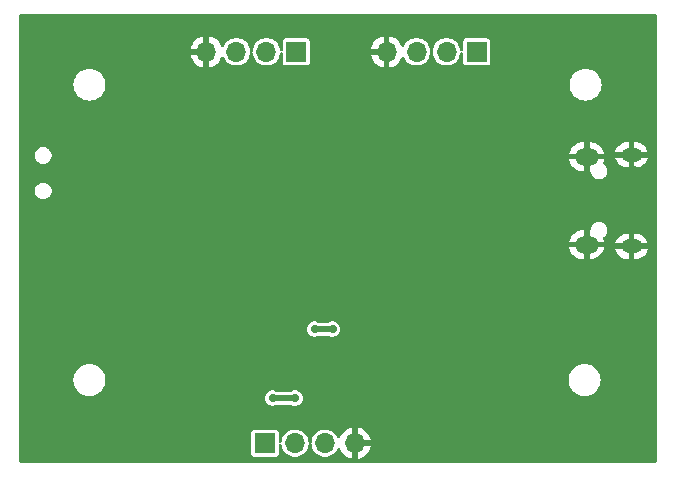
<source format=gbr>
%TF.GenerationSoftware,KiCad,Pcbnew,7.0.10*%
%TF.CreationDate,2024-01-08T00:56:05+00:00*%
%TF.ProjectId,green_storm,67726565-6e5f-4737-946f-726d2e6b6963,0.1*%
%TF.SameCoordinates,Original*%
%TF.FileFunction,Copper,L2,Bot*%
%TF.FilePolarity,Positive*%
%FSLAX46Y46*%
G04 Gerber Fmt 4.6, Leading zero omitted, Abs format (unit mm)*
G04 Created by KiCad (PCBNEW 7.0.10) date 2024-01-08 00:56:05*
%MOMM*%
%LPD*%
G01*
G04 APERTURE LIST*
%TA.AperFunction,ComponentPad*%
%ADD10R,1.700000X1.700000*%
%TD*%
%TA.AperFunction,ComponentPad*%
%ADD11O,1.700000X1.700000*%
%TD*%
%TA.AperFunction,ComponentPad*%
%ADD12O,1.800000X1.150000*%
%TD*%
%TA.AperFunction,ComponentPad*%
%ADD13O,2.000000X1.450000*%
%TD*%
%TA.AperFunction,ViaPad*%
%ADD14C,0.700000*%
%TD*%
%TA.AperFunction,Conductor*%
%ADD15C,0.500000*%
%TD*%
G04 APERTURE END LIST*
D10*
%TO.P,J4,1,Pin_1*%
%TO.N,+3.3V*%
X62865000Y-110363000D03*
D11*
%TO.P,J4,2,Pin_2*%
%TO.N,Net-(J4-Pin_2)*%
X65405000Y-110363000D03*
%TO.P,J4,3,Pin_3*%
%TO.N,Net-(J4-Pin_3)*%
X67945000Y-110363000D03*
%TO.P,J4,4,Pin_4*%
%TO.N,GND*%
X70485000Y-110363000D03*
%TD*%
D10*
%TO.P,J3,1,Pin_1*%
%TO.N,+3.3V*%
X65522000Y-77216000D03*
D11*
%TO.P,J3,2,Pin_2*%
%TO.N,Net-(J3-Pin_2)*%
X62982000Y-77216000D03*
%TO.P,J3,3,Pin_3*%
%TO.N,Net-(J3-Pin_3)*%
X60442000Y-77216000D03*
%TO.P,J3,4,Pin_4*%
%TO.N,GND*%
X57902000Y-77216000D03*
%TD*%
D12*
%TO.P,J1,6,Shield*%
%TO.N,GND*%
X93893000Y-93694000D03*
D13*
X90093000Y-93544000D03*
X90093000Y-86094000D03*
D12*
X93893000Y-85944000D03*
%TD*%
D10*
%TO.P,J2,1,Pin_1*%
%TO.N,+3.3V*%
X80772000Y-77216000D03*
D11*
%TO.P,J2,2,Pin_2*%
%TO.N,Net-(J2-Pin_2)*%
X78232000Y-77216000D03*
%TO.P,J2,3,Pin_3*%
%TO.N,Net-(J2-Pin_3)*%
X75692000Y-77216000D03*
%TO.P,J2,4,Pin_4*%
%TO.N,GND*%
X73152000Y-77216000D03*
%TD*%
D14*
%TO.N,GND*%
X69596000Y-108331000D03*
X88265000Y-85598000D03*
X59944000Y-90566000D03*
X59309000Y-87884000D03*
X46355000Y-84328000D03*
X79502000Y-97790000D03*
X64389000Y-100076000D03*
X61087000Y-87376000D03*
X78105000Y-102235000D03*
X69977000Y-98425000D03*
X57404000Y-87757000D03*
X54864000Y-93091000D03*
X94361000Y-91948000D03*
X85344000Y-98044000D03*
X89027000Y-88138000D03*
X58039000Y-100584000D03*
X74930000Y-88011000D03*
X64643000Y-92456000D03*
X57912000Y-97536000D03*
X65024000Y-88646000D03*
X94107000Y-87249000D03*
X82931000Y-102235000D03*
X78994000Y-102235000D03*
X88011000Y-93980000D03*
%TO.N,+3.3V*%
X65407000Y-106551000D03*
X63500000Y-106553000D03*
X68580000Y-100711000D03*
X67056000Y-100711000D03*
%TD*%
D15*
%TO.N,+3.3V*%
X65405000Y-106553000D02*
X65407000Y-106551000D01*
X63500000Y-106553000D02*
X65405000Y-106553000D01*
X68580000Y-100711000D02*
X67056000Y-100711000D01*
%TD*%
%TA.AperFunction,Conductor*%
%TO.N,GND*%
G36*
X95954539Y-74020185D02*
G01*
X96000294Y-74072989D01*
X96011500Y-74124500D01*
X96011500Y-111889466D01*
X95991815Y-111956505D01*
X95939011Y-112002260D01*
X95887468Y-112013466D01*
X42160968Y-111999541D01*
X42093934Y-111979839D01*
X42048192Y-111927023D01*
X42037000Y-111875541D01*
X42037000Y-111257856D01*
X61714500Y-111257856D01*
X61714502Y-111257882D01*
X61717413Y-111282987D01*
X61717415Y-111282991D01*
X61762793Y-111385764D01*
X61762794Y-111385765D01*
X61842235Y-111465206D01*
X61945009Y-111510585D01*
X61970135Y-111513500D01*
X63759864Y-111513499D01*
X63759879Y-111513497D01*
X63759882Y-111513497D01*
X63784987Y-111510586D01*
X63784988Y-111510585D01*
X63784991Y-111510585D01*
X63887765Y-111465206D01*
X63967206Y-111385765D01*
X64012585Y-111282991D01*
X64015500Y-111257865D01*
X64015499Y-110519046D01*
X64035183Y-110452009D01*
X64087987Y-110406254D01*
X64157146Y-110396310D01*
X64220702Y-110425335D01*
X64258476Y-110484113D01*
X64262970Y-110507606D01*
X64269244Y-110575310D01*
X64327596Y-110780392D01*
X64327596Y-110780394D01*
X64422632Y-110971253D01*
X64551127Y-111141406D01*
X64551128Y-111141407D01*
X64708698Y-111285052D01*
X64889981Y-111397298D01*
X65088802Y-111474321D01*
X65298390Y-111513500D01*
X65298392Y-111513500D01*
X65511608Y-111513500D01*
X65511610Y-111513500D01*
X65721198Y-111474321D01*
X65920019Y-111397298D01*
X66101302Y-111285052D01*
X66258872Y-111141407D01*
X66387366Y-110971255D01*
X66441270Y-110863000D01*
X66482403Y-110780394D01*
X66482403Y-110780393D01*
X66482405Y-110780389D01*
X66540756Y-110575310D01*
X66551529Y-110459047D01*
X66577315Y-110394111D01*
X66619622Y-110363804D01*
X66728130Y-110363804D01*
X66764503Y-110384668D01*
X66796693Y-110446681D01*
X66798471Y-110459048D01*
X66809244Y-110575310D01*
X66867596Y-110780392D01*
X66867596Y-110780394D01*
X66962632Y-110971253D01*
X67091127Y-111141406D01*
X67091128Y-111141407D01*
X67248698Y-111285052D01*
X67429981Y-111397298D01*
X67628802Y-111474321D01*
X67838390Y-111513500D01*
X67838392Y-111513500D01*
X68051608Y-111513500D01*
X68051610Y-111513500D01*
X68261198Y-111474321D01*
X68460019Y-111397298D01*
X68641302Y-111285052D01*
X68798872Y-111141407D01*
X68927366Y-110971255D01*
X68994325Y-110836781D01*
X69041825Y-110785548D01*
X69109488Y-110768126D01*
X69175828Y-110790051D01*
X69217705Y-110839651D01*
X69311399Y-111040578D01*
X69446894Y-111234082D01*
X69613917Y-111401105D01*
X69807421Y-111536600D01*
X70021507Y-111636429D01*
X70021516Y-111636433D01*
X70235000Y-111693634D01*
X70235000Y-110798501D01*
X70342685Y-110847680D01*
X70449237Y-110863000D01*
X70520763Y-110863000D01*
X70627315Y-110847680D01*
X70735000Y-110798501D01*
X70735000Y-111693633D01*
X70948483Y-111636433D01*
X70948492Y-111636429D01*
X71162578Y-111536600D01*
X71356082Y-111401105D01*
X71523105Y-111234082D01*
X71658600Y-111040578D01*
X71758429Y-110826492D01*
X71758432Y-110826486D01*
X71815636Y-110613000D01*
X70918686Y-110613000D01*
X70944493Y-110572844D01*
X70985000Y-110434889D01*
X70985000Y-110291111D01*
X70944493Y-110153156D01*
X70918686Y-110113000D01*
X71815636Y-110113000D01*
X71815635Y-110112999D01*
X71758432Y-109899513D01*
X71758429Y-109899507D01*
X71658600Y-109685422D01*
X71658599Y-109685420D01*
X71523113Y-109491926D01*
X71523108Y-109491920D01*
X71356082Y-109324894D01*
X71162578Y-109189399D01*
X70948492Y-109089570D01*
X70948486Y-109089567D01*
X70735000Y-109032364D01*
X70735000Y-109927498D01*
X70627315Y-109878320D01*
X70520763Y-109863000D01*
X70449237Y-109863000D01*
X70342685Y-109878320D01*
X70235000Y-109927498D01*
X70235000Y-109032364D01*
X70234999Y-109032364D01*
X70021513Y-109089567D01*
X70021507Y-109089570D01*
X69807422Y-109189399D01*
X69807420Y-109189400D01*
X69613926Y-109324886D01*
X69613920Y-109324891D01*
X69446891Y-109491920D01*
X69446886Y-109491926D01*
X69311400Y-109685420D01*
X69311399Y-109685422D01*
X69217705Y-109886348D01*
X69171532Y-109938787D01*
X69104339Y-109957939D01*
X69037457Y-109937723D01*
X68994324Y-109889216D01*
X68927366Y-109754745D01*
X68798872Y-109584593D01*
X68641302Y-109440948D01*
X68460019Y-109328702D01*
X68460017Y-109328701D01*
X68360608Y-109290190D01*
X68261198Y-109251679D01*
X68051610Y-109212500D01*
X67838390Y-109212500D01*
X67628802Y-109251679D01*
X67628799Y-109251679D01*
X67628799Y-109251680D01*
X67429982Y-109328701D01*
X67429980Y-109328702D01*
X67248699Y-109440947D01*
X67091127Y-109584593D01*
X66962632Y-109754746D01*
X66867596Y-109945605D01*
X66867596Y-109945607D01*
X66809244Y-110150689D01*
X66798471Y-110266951D01*
X66772685Y-110331888D01*
X66728130Y-110363804D01*
X66619622Y-110363804D01*
X66621869Y-110362194D01*
X66585497Y-110341331D01*
X66553307Y-110279318D01*
X66551529Y-110266951D01*
X66548175Y-110230759D01*
X66540756Y-110150690D01*
X66482405Y-109945611D01*
X66482403Y-109945606D01*
X66482403Y-109945605D01*
X66387367Y-109754746D01*
X66258872Y-109584593D01*
X66101302Y-109440948D01*
X65920019Y-109328702D01*
X65920017Y-109328701D01*
X65820608Y-109290190D01*
X65721198Y-109251679D01*
X65511610Y-109212500D01*
X65298390Y-109212500D01*
X65088802Y-109251679D01*
X65088799Y-109251679D01*
X65088799Y-109251680D01*
X64889982Y-109328701D01*
X64889980Y-109328702D01*
X64708699Y-109440947D01*
X64551127Y-109584593D01*
X64422632Y-109754746D01*
X64327596Y-109945605D01*
X64327596Y-109945607D01*
X64269244Y-110150689D01*
X64262970Y-110218394D01*
X64237183Y-110283331D01*
X64180383Y-110324018D01*
X64110602Y-110327538D01*
X64049995Y-110292772D01*
X64017806Y-110230759D01*
X64015499Y-110206952D01*
X64015499Y-109468143D01*
X64015499Y-109468136D01*
X64015497Y-109468117D01*
X64012586Y-109443012D01*
X64012585Y-109443010D01*
X64012585Y-109443009D01*
X63967206Y-109340235D01*
X63887765Y-109260794D01*
X63867124Y-109251680D01*
X63784992Y-109215415D01*
X63759865Y-109212500D01*
X61970143Y-109212500D01*
X61970117Y-109212502D01*
X61945012Y-109215413D01*
X61945008Y-109215415D01*
X61842235Y-109260793D01*
X61762794Y-109340234D01*
X61717415Y-109443006D01*
X61717415Y-109443008D01*
X61714500Y-109468131D01*
X61714500Y-111257856D01*
X42037000Y-111257856D01*
X42037000Y-106553000D01*
X62844722Y-106553000D01*
X62863762Y-106709818D01*
X62919022Y-106855524D01*
X62919780Y-106857523D01*
X63009517Y-106987530D01*
X63127760Y-107092283D01*
X63127762Y-107092284D01*
X63267634Y-107165696D01*
X63421014Y-107203500D01*
X63421015Y-107203500D01*
X63578985Y-107203500D01*
X63732365Y-107165696D01*
X63823805Y-107117703D01*
X63881431Y-107103500D01*
X65029380Y-107103500D01*
X65087005Y-107117703D01*
X65174635Y-107163696D01*
X65251325Y-107182598D01*
X65328014Y-107201500D01*
X65328015Y-107201500D01*
X65485985Y-107201500D01*
X65639365Y-107163696D01*
X65754057Y-107103500D01*
X65779240Y-107090283D01*
X65897483Y-106985530D01*
X65987220Y-106855523D01*
X66043237Y-106707818D01*
X66062278Y-106551000D01*
X66043237Y-106394182D01*
X65987220Y-106246477D01*
X65897483Y-106116470D01*
X65779240Y-106011717D01*
X65779238Y-106011716D01*
X65779237Y-106011715D01*
X65639365Y-105938303D01*
X65485986Y-105900500D01*
X65485985Y-105900500D01*
X65328015Y-105900500D01*
X65328014Y-105900500D01*
X65174636Y-105938303D01*
X65174635Y-105938303D01*
X65079384Y-105988296D01*
X65021758Y-106002500D01*
X63881431Y-106002500D01*
X63823805Y-105988296D01*
X63732365Y-105940304D01*
X63732364Y-105940303D01*
X63732363Y-105940303D01*
X63578986Y-105902500D01*
X63578985Y-105902500D01*
X63421015Y-105902500D01*
X63421014Y-105902500D01*
X63267634Y-105940303D01*
X63127762Y-106013715D01*
X63127760Y-106013717D01*
X63011774Y-106116471D01*
X63009516Y-106118471D01*
X62919781Y-106248475D01*
X62919780Y-106248476D01*
X62863762Y-106396181D01*
X62844722Y-106552999D01*
X62844722Y-106553000D01*
X42037000Y-106553000D01*
X42037000Y-105000000D01*
X46644341Y-105000000D01*
X46664936Y-105235403D01*
X46664938Y-105235413D01*
X46726094Y-105463655D01*
X46726096Y-105463659D01*
X46726097Y-105463663D01*
X46776031Y-105570746D01*
X46825964Y-105677828D01*
X46825965Y-105677830D01*
X46961505Y-105871402D01*
X47128597Y-106038494D01*
X47322169Y-106174034D01*
X47322171Y-106174035D01*
X47536337Y-106273903D01*
X47764592Y-106335063D01*
X47941032Y-106350499D01*
X47941033Y-106350500D01*
X47941034Y-106350500D01*
X48058967Y-106350500D01*
X48058967Y-106350499D01*
X48235408Y-106335063D01*
X48463663Y-106273903D01*
X48677829Y-106174035D01*
X48871401Y-106038495D01*
X49038495Y-105871401D01*
X49174035Y-105677830D01*
X49273903Y-105463663D01*
X49335063Y-105235408D01*
X49355659Y-105000000D01*
X88560341Y-105000000D01*
X88580936Y-105235403D01*
X88580938Y-105235413D01*
X88642094Y-105463655D01*
X88642096Y-105463659D01*
X88642097Y-105463663D01*
X88692031Y-105570746D01*
X88741964Y-105677828D01*
X88741965Y-105677830D01*
X88877505Y-105871402D01*
X89044597Y-106038494D01*
X89238169Y-106174034D01*
X89238171Y-106174035D01*
X89452337Y-106273903D01*
X89680592Y-106335063D01*
X89857032Y-106350499D01*
X89857033Y-106350500D01*
X89857034Y-106350500D01*
X89974967Y-106350500D01*
X89974967Y-106350499D01*
X90151408Y-106335063D01*
X90379663Y-106273903D01*
X90593829Y-106174035D01*
X90787401Y-106038495D01*
X90954495Y-105871401D01*
X91090035Y-105677830D01*
X91189903Y-105463663D01*
X91251063Y-105235408D01*
X91271659Y-105000000D01*
X91251063Y-104764592D01*
X91189903Y-104536337D01*
X91090035Y-104322171D01*
X91090034Y-104322169D01*
X90954494Y-104128597D01*
X90787402Y-103961505D01*
X90593830Y-103825965D01*
X90593828Y-103825964D01*
X90486746Y-103776031D01*
X90379663Y-103726097D01*
X90379659Y-103726096D01*
X90379655Y-103726094D01*
X90151413Y-103664938D01*
X90151403Y-103664936D01*
X89974967Y-103649500D01*
X89974966Y-103649500D01*
X89857034Y-103649500D01*
X89857033Y-103649500D01*
X89680596Y-103664936D01*
X89680586Y-103664938D01*
X89452344Y-103726094D01*
X89452335Y-103726098D01*
X89238171Y-103825964D01*
X89238169Y-103825965D01*
X89044597Y-103961505D01*
X88877506Y-104128597D01*
X88877501Y-104128604D01*
X88741967Y-104322165D01*
X88741965Y-104322169D01*
X88642098Y-104536335D01*
X88642094Y-104536344D01*
X88580938Y-104764586D01*
X88580936Y-104764596D01*
X88560341Y-104999999D01*
X88560341Y-105000000D01*
X49355659Y-105000000D01*
X49335063Y-104764592D01*
X49273903Y-104536337D01*
X49174035Y-104322171D01*
X49174034Y-104322169D01*
X49038494Y-104128597D01*
X48871402Y-103961505D01*
X48677830Y-103825965D01*
X48677828Y-103825964D01*
X48570746Y-103776031D01*
X48463663Y-103726097D01*
X48463659Y-103726096D01*
X48463655Y-103726094D01*
X48235413Y-103664938D01*
X48235403Y-103664936D01*
X48058967Y-103649500D01*
X48058966Y-103649500D01*
X47941034Y-103649500D01*
X47941033Y-103649500D01*
X47764596Y-103664936D01*
X47764586Y-103664938D01*
X47536344Y-103726094D01*
X47536335Y-103726098D01*
X47322171Y-103825964D01*
X47322169Y-103825965D01*
X47128597Y-103961505D01*
X46961506Y-104128597D01*
X46961501Y-104128604D01*
X46825967Y-104322165D01*
X46825965Y-104322169D01*
X46726098Y-104536335D01*
X46726094Y-104536344D01*
X46664938Y-104764586D01*
X46664936Y-104764596D01*
X46644341Y-104999999D01*
X46644341Y-105000000D01*
X42037000Y-105000000D01*
X42037000Y-100711000D01*
X66400722Y-100711000D01*
X66419762Y-100867818D01*
X66475780Y-101015523D01*
X66565517Y-101145530D01*
X66683760Y-101250283D01*
X66683762Y-101250284D01*
X66823634Y-101323696D01*
X66977014Y-101361500D01*
X66977015Y-101361500D01*
X67134985Y-101361500D01*
X67288365Y-101323696D01*
X67379805Y-101275703D01*
X67437431Y-101261500D01*
X68198569Y-101261500D01*
X68256194Y-101275703D01*
X68347635Y-101323696D01*
X68424325Y-101342598D01*
X68501014Y-101361500D01*
X68501015Y-101361500D01*
X68658985Y-101361500D01*
X68812365Y-101323696D01*
X68952240Y-101250283D01*
X69070483Y-101145530D01*
X69160220Y-101015523D01*
X69216237Y-100867818D01*
X69235278Y-100711000D01*
X69216237Y-100554182D01*
X69160220Y-100406477D01*
X69070483Y-100276470D01*
X68952240Y-100171717D01*
X68952238Y-100171716D01*
X68952237Y-100171715D01*
X68812365Y-100098303D01*
X68658986Y-100060500D01*
X68658985Y-100060500D01*
X68501015Y-100060500D01*
X68501014Y-100060500D01*
X68347636Y-100098303D01*
X68301763Y-100122379D01*
X68256194Y-100146296D01*
X68198569Y-100160500D01*
X67437431Y-100160500D01*
X67379805Y-100146296D01*
X67288365Y-100098304D01*
X67288364Y-100098303D01*
X67288363Y-100098303D01*
X67134986Y-100060500D01*
X67134985Y-100060500D01*
X66977015Y-100060500D01*
X66977014Y-100060500D01*
X66823634Y-100098303D01*
X66683762Y-100171715D01*
X66565516Y-100276471D01*
X66475781Y-100406475D01*
X66475780Y-100406476D01*
X66419762Y-100554181D01*
X66400722Y-100710999D01*
X66400722Y-100711000D01*
X42037000Y-100711000D01*
X42037000Y-93794000D01*
X88615678Y-93794000D01*
X88618887Y-93817693D01*
X88687025Y-94027401D01*
X88791514Y-94221573D01*
X88791516Y-94221576D01*
X88928995Y-94393970D01*
X89095052Y-94539050D01*
X89095054Y-94539052D01*
X89284337Y-94652144D01*
X89284345Y-94652148D01*
X89490787Y-94729627D01*
X89707744Y-94769000D01*
X89843000Y-94769000D01*
X89843000Y-93969000D01*
X90343000Y-93969000D01*
X90343000Y-94769000D01*
X90423004Y-94769000D01*
X90423006Y-94768999D01*
X90587617Y-94754185D01*
X90800162Y-94695527D01*
X90800177Y-94695521D01*
X90998834Y-94599853D01*
X90998841Y-94599849D01*
X91177226Y-94470245D01*
X91177234Y-94470239D01*
X91329612Y-94310863D01*
X91451090Y-94126833D01*
X91537750Y-93924083D01*
X91537753Y-93924072D01*
X91567442Y-93794000D01*
X90717607Y-93794000D01*
X90777238Y-93676969D01*
X90798298Y-93544000D01*
X90782460Y-93444000D01*
X92517889Y-93444000D01*
X93447163Y-93444000D01*
X93369736Y-93495736D01*
X93308955Y-93586700D01*
X93287612Y-93694000D01*
X93308955Y-93801300D01*
X93369736Y-93892264D01*
X93447163Y-93944000D01*
X92522468Y-93944000D01*
X92547503Y-94047195D01*
X92632787Y-94233943D01*
X92632789Y-94233947D01*
X92751870Y-94401173D01*
X92751875Y-94401179D01*
X92900456Y-94542851D01*
X93073165Y-94653844D01*
X93263761Y-94730147D01*
X93465349Y-94769000D01*
X93643000Y-94769000D01*
X93643000Y-93969000D01*
X94143000Y-93969000D01*
X94143000Y-94769000D01*
X94269205Y-94769000D01*
X94422370Y-94754374D01*
X94422374Y-94754373D01*
X94619351Y-94696536D01*
X94801837Y-94602458D01*
X94963206Y-94475555D01*
X94963209Y-94475551D01*
X95097654Y-94320395D01*
X95200300Y-94142606D01*
X95267449Y-93948595D01*
X95268111Y-93944000D01*
X94338837Y-93944000D01*
X94416264Y-93892264D01*
X94477045Y-93801300D01*
X94498388Y-93694000D01*
X94477045Y-93586700D01*
X94416264Y-93495736D01*
X94338837Y-93444000D01*
X95263532Y-93444000D01*
X95263531Y-93443999D01*
X95238496Y-93340804D01*
X95153212Y-93154056D01*
X95153210Y-93154052D01*
X95034129Y-92986826D01*
X95034124Y-92986820D01*
X94885543Y-92845148D01*
X94712834Y-92734155D01*
X94522238Y-92657852D01*
X94320651Y-92619000D01*
X94143000Y-92619000D01*
X94143000Y-93419000D01*
X93643000Y-93419000D01*
X93643000Y-92619000D01*
X93516795Y-92619000D01*
X93363629Y-92633625D01*
X93363625Y-92633626D01*
X93166648Y-92691463D01*
X92984162Y-92785541D01*
X92822793Y-92912444D01*
X92822790Y-92912448D01*
X92688345Y-93067604D01*
X92585699Y-93245393D01*
X92518550Y-93439404D01*
X92517889Y-93444000D01*
X90782460Y-93444000D01*
X90777238Y-93411031D01*
X90717607Y-93294000D01*
X91570322Y-93294000D01*
X91570322Y-93293999D01*
X91567112Y-93270306D01*
X91498975Y-93060601D01*
X91496788Y-93055485D01*
X91498720Y-93054659D01*
X91486174Y-92995307D01*
X91510976Y-92929987D01*
X91539369Y-92902828D01*
X91543845Y-92899737D01*
X91543852Y-92899734D01*
X91570195Y-92876395D01*
X91581960Y-92867178D01*
X91610929Y-92847183D01*
X91634264Y-92820841D01*
X91644841Y-92810264D01*
X91671183Y-92786929D01*
X91691178Y-92757960D01*
X91700395Y-92746195D01*
X91723734Y-92719852D01*
X91740087Y-92688692D01*
X91747827Y-92675890D01*
X91767818Y-92646930D01*
X91780297Y-92614022D01*
X91786437Y-92600380D01*
X91802790Y-92569225D01*
X91811209Y-92535065D01*
X91815664Y-92520767D01*
X91828140Y-92487872D01*
X91832380Y-92452942D01*
X91835077Y-92438223D01*
X91843500Y-92404056D01*
X91843500Y-92368873D01*
X91844404Y-92353926D01*
X91846846Y-92333814D01*
X91848645Y-92319000D01*
X91844404Y-92284071D01*
X91843500Y-92269125D01*
X91843500Y-92233943D01*
X91835080Y-92199786D01*
X91832380Y-92185052D01*
X91828140Y-92150130D01*
X91828140Y-92150128D01*
X91815659Y-92117218D01*
X91811209Y-92102934D01*
X91802791Y-92068778D01*
X91802790Y-92068777D01*
X91802790Y-92068775D01*
X91786432Y-92037609D01*
X91780299Y-92023982D01*
X91767818Y-91991070D01*
X91747819Y-91962098D01*
X91740081Y-91949295D01*
X91723736Y-91918151D01*
X91723731Y-91918144D01*
X91700405Y-91891814D01*
X91691171Y-91880028D01*
X91671185Y-91851073D01*
X91671183Y-91851071D01*
X91644842Y-91827735D01*
X91634258Y-91817150D01*
X91610933Y-91790821D01*
X91610927Y-91790816D01*
X91610926Y-91790815D01*
X91610924Y-91790813D01*
X91581964Y-91770822D01*
X91570182Y-91761592D01*
X91543852Y-91738266D01*
X91543849Y-91738264D01*
X91543847Y-91738263D01*
X91512705Y-91721918D01*
X91499890Y-91714171D01*
X91470934Y-91694183D01*
X91470931Y-91694182D01*
X91438026Y-91681702D01*
X91424377Y-91675559D01*
X91393225Y-91659210D01*
X91393221Y-91659208D01*
X91359066Y-91650790D01*
X91344774Y-91646337D01*
X91311876Y-91633861D01*
X91311869Y-91633859D01*
X91276942Y-91629618D01*
X91262218Y-91626919D01*
X91228059Y-91618500D01*
X91228056Y-91618500D01*
X91057944Y-91618500D01*
X91034962Y-91624164D01*
X91023780Y-91626920D01*
X91009058Y-91629618D01*
X90974126Y-91633860D01*
X90941226Y-91646336D01*
X90926941Y-91650788D01*
X90892774Y-91659210D01*
X90892771Y-91659211D01*
X90861611Y-91675564D01*
X90847966Y-91681704D01*
X90815072Y-91694180D01*
X90815069Y-91694181D01*
X90786109Y-91714171D01*
X90773301Y-91721914D01*
X90742149Y-91738264D01*
X90715808Y-91761599D01*
X90704029Y-91770827D01*
X90675072Y-91790815D01*
X90675071Y-91790816D01*
X90651737Y-91817154D01*
X90641154Y-91827737D01*
X90614816Y-91851071D01*
X90614815Y-91851072D01*
X90594827Y-91880029D01*
X90585599Y-91891808D01*
X90562264Y-91918149D01*
X90545914Y-91949301D01*
X90538171Y-91962109D01*
X90518181Y-91991069D01*
X90518180Y-91991072D01*
X90505704Y-92023966D01*
X90499564Y-92037611D01*
X90483211Y-92068771D01*
X90483210Y-92068774D01*
X90474788Y-92102941D01*
X90470336Y-92117226D01*
X90457860Y-92150126D01*
X90453618Y-92185058D01*
X90450920Y-92199777D01*
X90444786Y-92224669D01*
X90409633Y-92285051D01*
X90347415Y-92316843D01*
X90344923Y-92317076D01*
X90343000Y-92319000D01*
X90343000Y-93119000D01*
X89843000Y-93119000D01*
X89843000Y-92319000D01*
X89762993Y-92319000D01*
X89598382Y-92333814D01*
X89385837Y-92392472D01*
X89385822Y-92392478D01*
X89187165Y-92488146D01*
X89187158Y-92488150D01*
X89008773Y-92617754D01*
X89008765Y-92617760D01*
X88856387Y-92777136D01*
X88734909Y-92961166D01*
X88648249Y-93163916D01*
X88648246Y-93163927D01*
X88618557Y-93293999D01*
X88618558Y-93294000D01*
X89468393Y-93294000D01*
X89408762Y-93411031D01*
X89387702Y-93544000D01*
X89408762Y-93676969D01*
X89468393Y-93794000D01*
X88615678Y-93794000D01*
X42037000Y-93794000D01*
X42037000Y-89088055D01*
X43386500Y-89088055D01*
X43427210Y-89253226D01*
X43506263Y-89403849D01*
X43506266Y-89403852D01*
X43619071Y-89531183D01*
X43709318Y-89593476D01*
X43759068Y-89627817D01*
X43759069Y-89627817D01*
X43759070Y-89627818D01*
X43918128Y-89688140D01*
X43994028Y-89697356D01*
X44044626Y-89703500D01*
X44044628Y-89703500D01*
X44129374Y-89703500D01*
X44171538Y-89698380D01*
X44255872Y-89688140D01*
X44414930Y-89627818D01*
X44554929Y-89531183D01*
X44667734Y-89403852D01*
X44746790Y-89253225D01*
X44787500Y-89088056D01*
X44787500Y-88917944D01*
X44746790Y-88752775D01*
X44746789Y-88752773D01*
X44667736Y-88602150D01*
X44648560Y-88580505D01*
X44554929Y-88474817D01*
X44505177Y-88440475D01*
X44414931Y-88378182D01*
X44255874Y-88317860D01*
X44255868Y-88317859D01*
X44129374Y-88302500D01*
X44129372Y-88302500D01*
X44044628Y-88302500D01*
X44044626Y-88302500D01*
X43918131Y-88317859D01*
X43918125Y-88317860D01*
X43759068Y-88378182D01*
X43619072Y-88474816D01*
X43506263Y-88602150D01*
X43427210Y-88752773D01*
X43386500Y-88917944D01*
X43386500Y-89088055D01*
X42037000Y-89088055D01*
X42037000Y-86088055D01*
X43386500Y-86088055D01*
X43427210Y-86253226D01*
X43506263Y-86403849D01*
X43506266Y-86403852D01*
X43619071Y-86531183D01*
X43709318Y-86593476D01*
X43759068Y-86627817D01*
X43759069Y-86627817D01*
X43759070Y-86627818D01*
X43918128Y-86688140D01*
X43994028Y-86697356D01*
X44044626Y-86703500D01*
X44044628Y-86703500D01*
X44129374Y-86703500D01*
X44171538Y-86698380D01*
X44255872Y-86688140D01*
X44414930Y-86627818D01*
X44554929Y-86531183D01*
X44667734Y-86403852D01*
X44673637Y-86392606D01*
X44699146Y-86344000D01*
X88615678Y-86344000D01*
X88618887Y-86367693D01*
X88687025Y-86577401D01*
X88791514Y-86771573D01*
X88791516Y-86771576D01*
X88928995Y-86943970D01*
X89095052Y-87089050D01*
X89095054Y-87089052D01*
X89284337Y-87202144D01*
X89284345Y-87202148D01*
X89490787Y-87279627D01*
X89707744Y-87319000D01*
X89843000Y-87319000D01*
X89843000Y-86519000D01*
X90343000Y-86519000D01*
X90343000Y-87319000D01*
X90350736Y-87326736D01*
X90391427Y-87338685D01*
X90437182Y-87391489D01*
X90444786Y-87413330D01*
X90450920Y-87438221D01*
X90453618Y-87452942D01*
X90457859Y-87487869D01*
X90457861Y-87487876D01*
X90470337Y-87520774D01*
X90474790Y-87535066D01*
X90483208Y-87569221D01*
X90483210Y-87569225D01*
X90499559Y-87600377D01*
X90505702Y-87614026D01*
X90518182Y-87646931D01*
X90518183Y-87646934D01*
X90538171Y-87675890D01*
X90545918Y-87688705D01*
X90545919Y-87688706D01*
X90562266Y-87719852D01*
X90585592Y-87746182D01*
X90594822Y-87757964D01*
X90614813Y-87786924D01*
X90614821Y-87786933D01*
X90641150Y-87810258D01*
X90651735Y-87820842D01*
X90675069Y-87847181D01*
X90675073Y-87847185D01*
X90704028Y-87867171D01*
X90715814Y-87876405D01*
X90742144Y-87899731D01*
X90742151Y-87899736D01*
X90773295Y-87916081D01*
X90786098Y-87923819D01*
X90815070Y-87943818D01*
X90847982Y-87956299D01*
X90861609Y-87962432D01*
X90892775Y-87978790D01*
X90892779Y-87978791D01*
X90892777Y-87978791D01*
X90916909Y-87984738D01*
X90926937Y-87987210D01*
X90941218Y-87991659D01*
X90974128Y-88004140D01*
X91009052Y-88008380D01*
X91023779Y-88011078D01*
X91045211Y-88016361D01*
X91057943Y-88019500D01*
X91057944Y-88019500D01*
X91228058Y-88019500D01*
X91242117Y-88016034D01*
X91262223Y-88011077D01*
X91276942Y-88008380D01*
X91311872Y-88004140D01*
X91344772Y-87991662D01*
X91359066Y-87987209D01*
X91393225Y-87978790D01*
X91424380Y-87962437D01*
X91438022Y-87956297D01*
X91470930Y-87943818D01*
X91499890Y-87923827D01*
X91512692Y-87916087D01*
X91543852Y-87899734D01*
X91570195Y-87876395D01*
X91581960Y-87867178D01*
X91610929Y-87847183D01*
X91634264Y-87820841D01*
X91644841Y-87810264D01*
X91671183Y-87786929D01*
X91691178Y-87757960D01*
X91700395Y-87746195D01*
X91723734Y-87719852D01*
X91740087Y-87688692D01*
X91747827Y-87675890D01*
X91767818Y-87646930D01*
X91780297Y-87614022D01*
X91786437Y-87600380D01*
X91802790Y-87569225D01*
X91811209Y-87535065D01*
X91815664Y-87520767D01*
X91828138Y-87487876D01*
X91828140Y-87487872D01*
X91832380Y-87452942D01*
X91835078Y-87438221D01*
X91843500Y-87404056D01*
X91843500Y-87368873D01*
X91844404Y-87353926D01*
X91848645Y-87319000D01*
X91844404Y-87284071D01*
X91843500Y-87269125D01*
X91843500Y-87233943D01*
X91840361Y-87221211D01*
X91835078Y-87199779D01*
X91832380Y-87185052D01*
X91828140Y-87150130D01*
X91828140Y-87150128D01*
X91815659Y-87117218D01*
X91811209Y-87102934D01*
X91802791Y-87068778D01*
X91802790Y-87068777D01*
X91802790Y-87068775D01*
X91786432Y-87037609D01*
X91780299Y-87023982D01*
X91767818Y-86991070D01*
X91747819Y-86962098D01*
X91740081Y-86949295D01*
X91723736Y-86918151D01*
X91723731Y-86918144D01*
X91700405Y-86891814D01*
X91691171Y-86880028D01*
X91671185Y-86851073D01*
X91671183Y-86851071D01*
X91644842Y-86827735D01*
X91634258Y-86817150D01*
X91610933Y-86790821D01*
X91610924Y-86790813D01*
X91581964Y-86770822D01*
X91570182Y-86761592D01*
X91543852Y-86738266D01*
X91543849Y-86738264D01*
X91537680Y-86734006D01*
X91539157Y-86731864D01*
X91497839Y-86691893D01*
X91481858Y-86623875D01*
X91491651Y-86581935D01*
X91537751Y-86474078D01*
X91537753Y-86474072D01*
X91567442Y-86344000D01*
X90717607Y-86344000D01*
X90777238Y-86226969D01*
X90798298Y-86094000D01*
X90777238Y-85961031D01*
X90717607Y-85844000D01*
X91570322Y-85844000D01*
X91570322Y-85843999D01*
X91567112Y-85820306D01*
X91526073Y-85694000D01*
X92517889Y-85694000D01*
X93447163Y-85694000D01*
X93369736Y-85745736D01*
X93308955Y-85836700D01*
X93287612Y-85944000D01*
X93308955Y-86051300D01*
X93369736Y-86142264D01*
X93447163Y-86194000D01*
X92522468Y-86194000D01*
X92547503Y-86297195D01*
X92632787Y-86483943D01*
X92632789Y-86483947D01*
X92751870Y-86651173D01*
X92751875Y-86651179D01*
X92900456Y-86792851D01*
X93073165Y-86903844D01*
X93263761Y-86980147D01*
X93465349Y-87019000D01*
X93643000Y-87019000D01*
X93643000Y-86219000D01*
X94143000Y-86219000D01*
X94143000Y-87019000D01*
X94269205Y-87019000D01*
X94422370Y-87004374D01*
X94422374Y-87004373D01*
X94619351Y-86946536D01*
X94801837Y-86852458D01*
X94963206Y-86725555D01*
X94963209Y-86725551D01*
X95097654Y-86570395D01*
X95200300Y-86392606D01*
X95267449Y-86198595D01*
X95268111Y-86194000D01*
X94338837Y-86194000D01*
X94416264Y-86142264D01*
X94477045Y-86051300D01*
X94498388Y-85944000D01*
X94477045Y-85836700D01*
X94416264Y-85745736D01*
X94338837Y-85694000D01*
X95263532Y-85694000D01*
X95263531Y-85693999D01*
X95238496Y-85590804D01*
X95153212Y-85404056D01*
X95153210Y-85404052D01*
X95034129Y-85236826D01*
X95034124Y-85236820D01*
X94885543Y-85095148D01*
X94712834Y-84984155D01*
X94522238Y-84907852D01*
X94320651Y-84869000D01*
X94143000Y-84869000D01*
X94143000Y-85669000D01*
X93643000Y-85669000D01*
X93643000Y-84869000D01*
X93516795Y-84869000D01*
X93363629Y-84883625D01*
X93363625Y-84883626D01*
X93166648Y-84941463D01*
X92984162Y-85035541D01*
X92822793Y-85162444D01*
X92822790Y-85162448D01*
X92688345Y-85317604D01*
X92585699Y-85495393D01*
X92518550Y-85689404D01*
X92517889Y-85694000D01*
X91526073Y-85694000D01*
X91498974Y-85610598D01*
X91394485Y-85416426D01*
X91394483Y-85416423D01*
X91257004Y-85244029D01*
X91090947Y-85098949D01*
X91090945Y-85098947D01*
X90901662Y-84985855D01*
X90901654Y-84985851D01*
X90695212Y-84908372D01*
X90478256Y-84869000D01*
X90343000Y-84869000D01*
X90343000Y-85669000D01*
X89843000Y-85669000D01*
X89843000Y-84869000D01*
X89762993Y-84869000D01*
X89598382Y-84883814D01*
X89385837Y-84942472D01*
X89385822Y-84942478D01*
X89187165Y-85038146D01*
X89187158Y-85038150D01*
X89008773Y-85167754D01*
X89008765Y-85167760D01*
X88856387Y-85327136D01*
X88734909Y-85511166D01*
X88648249Y-85713916D01*
X88648246Y-85713927D01*
X88618557Y-85843999D01*
X88618558Y-85844000D01*
X89468393Y-85844000D01*
X89408762Y-85961031D01*
X89387702Y-86094000D01*
X89408762Y-86226969D01*
X89468393Y-86344000D01*
X88615678Y-86344000D01*
X44699146Y-86344000D01*
X44705081Y-86332692D01*
X44746790Y-86253225D01*
X44787500Y-86088056D01*
X44787500Y-85917944D01*
X44746790Y-85752775D01*
X44726395Y-85713916D01*
X44667736Y-85602150D01*
X44587131Y-85511166D01*
X44554929Y-85474817D01*
X44470336Y-85416426D01*
X44414931Y-85378182D01*
X44255874Y-85317860D01*
X44255868Y-85317859D01*
X44129374Y-85302500D01*
X44129372Y-85302500D01*
X44044628Y-85302500D01*
X44044626Y-85302500D01*
X43918131Y-85317859D01*
X43918125Y-85317860D01*
X43759068Y-85378182D01*
X43619072Y-85474816D01*
X43506263Y-85602150D01*
X43427210Y-85752773D01*
X43386500Y-85917944D01*
X43386500Y-86088055D01*
X42037000Y-86088055D01*
X42037000Y-80000000D01*
X46644341Y-80000000D01*
X46664936Y-80235403D01*
X46664938Y-80235413D01*
X46726094Y-80463655D01*
X46726096Y-80463659D01*
X46726097Y-80463663D01*
X46776031Y-80570746D01*
X46825964Y-80677828D01*
X46825965Y-80677830D01*
X46961505Y-80871402D01*
X47128597Y-81038494D01*
X47322169Y-81174034D01*
X47322171Y-81174035D01*
X47536337Y-81273903D01*
X47764592Y-81335063D01*
X47941032Y-81350499D01*
X47941033Y-81350500D01*
X47941034Y-81350500D01*
X48058967Y-81350500D01*
X48058967Y-81350499D01*
X48235408Y-81335063D01*
X48463663Y-81273903D01*
X48677829Y-81174035D01*
X48871401Y-81038495D01*
X49038495Y-80871401D01*
X49174035Y-80677830D01*
X49273903Y-80463663D01*
X49335063Y-80235408D01*
X49355659Y-80000000D01*
X88644341Y-80000000D01*
X88664936Y-80235403D01*
X88664938Y-80235413D01*
X88726094Y-80463655D01*
X88726096Y-80463659D01*
X88726097Y-80463663D01*
X88776031Y-80570746D01*
X88825964Y-80677828D01*
X88825965Y-80677830D01*
X88961505Y-80871402D01*
X89128597Y-81038494D01*
X89322169Y-81174034D01*
X89322171Y-81174035D01*
X89536337Y-81273903D01*
X89764592Y-81335063D01*
X89941032Y-81350499D01*
X89941033Y-81350500D01*
X89941034Y-81350500D01*
X90058967Y-81350500D01*
X90058967Y-81350499D01*
X90235408Y-81335063D01*
X90463663Y-81273903D01*
X90677829Y-81174035D01*
X90871401Y-81038495D01*
X91038495Y-80871401D01*
X91174035Y-80677830D01*
X91273903Y-80463663D01*
X91335063Y-80235408D01*
X91355659Y-80000000D01*
X91335063Y-79764592D01*
X91273903Y-79536337D01*
X91174035Y-79322171D01*
X91174034Y-79322169D01*
X91038494Y-79128597D01*
X90871402Y-78961505D01*
X90677830Y-78825965D01*
X90677828Y-78825964D01*
X90570746Y-78776031D01*
X90463663Y-78726097D01*
X90463659Y-78726096D01*
X90463655Y-78726094D01*
X90235413Y-78664938D01*
X90235403Y-78664936D01*
X90058967Y-78649500D01*
X90058966Y-78649500D01*
X89941034Y-78649500D01*
X89941033Y-78649500D01*
X89764596Y-78664936D01*
X89764586Y-78664938D01*
X89536344Y-78726094D01*
X89536335Y-78726098D01*
X89322171Y-78825964D01*
X89322169Y-78825965D01*
X89128597Y-78961505D01*
X88961506Y-79128597D01*
X88961501Y-79128604D01*
X88825967Y-79322165D01*
X88825965Y-79322169D01*
X88726098Y-79536335D01*
X88726094Y-79536344D01*
X88664938Y-79764586D01*
X88664936Y-79764596D01*
X88644341Y-79999999D01*
X88644341Y-80000000D01*
X49355659Y-80000000D01*
X49335063Y-79764592D01*
X49273903Y-79536337D01*
X49174035Y-79322171D01*
X49174034Y-79322169D01*
X49038494Y-79128597D01*
X48871402Y-78961505D01*
X48677830Y-78825965D01*
X48677828Y-78825964D01*
X48570746Y-78776031D01*
X48463663Y-78726097D01*
X48463659Y-78726096D01*
X48463655Y-78726094D01*
X48235413Y-78664938D01*
X48235403Y-78664936D01*
X48058967Y-78649500D01*
X48058966Y-78649500D01*
X47941034Y-78649500D01*
X47941033Y-78649500D01*
X47764596Y-78664936D01*
X47764586Y-78664938D01*
X47536344Y-78726094D01*
X47536335Y-78726098D01*
X47322171Y-78825964D01*
X47322169Y-78825965D01*
X47128597Y-78961505D01*
X46961506Y-79128597D01*
X46961501Y-79128604D01*
X46825967Y-79322165D01*
X46825965Y-79322169D01*
X46726098Y-79536335D01*
X46726094Y-79536344D01*
X46664938Y-79764586D01*
X46664936Y-79764596D01*
X46644341Y-79999999D01*
X46644341Y-80000000D01*
X42037000Y-80000000D01*
X42037000Y-77466000D01*
X56571364Y-77466000D01*
X56628567Y-77679486D01*
X56628570Y-77679492D01*
X56728399Y-77893578D01*
X56863894Y-78087082D01*
X57030917Y-78254105D01*
X57224421Y-78389600D01*
X57438507Y-78489429D01*
X57438516Y-78489433D01*
X57652000Y-78546634D01*
X57652000Y-77651501D01*
X57759685Y-77700680D01*
X57866237Y-77716000D01*
X57937763Y-77716000D01*
X58044315Y-77700680D01*
X58152000Y-77651501D01*
X58152000Y-78546633D01*
X58365483Y-78489433D01*
X58365492Y-78489429D01*
X58579578Y-78389600D01*
X58773082Y-78254105D01*
X58940105Y-78087082D01*
X59075600Y-77893578D01*
X59169294Y-77692651D01*
X59215466Y-77640212D01*
X59282660Y-77621060D01*
X59349541Y-77641276D01*
X59392676Y-77689785D01*
X59459632Y-77824253D01*
X59588127Y-77994406D01*
X59588128Y-77994407D01*
X59745698Y-78138052D01*
X59926981Y-78250298D01*
X60125802Y-78327321D01*
X60335390Y-78366500D01*
X60335392Y-78366500D01*
X60548608Y-78366500D01*
X60548610Y-78366500D01*
X60758198Y-78327321D01*
X60957019Y-78250298D01*
X61138302Y-78138052D01*
X61295872Y-77994407D01*
X61424366Y-77824255D01*
X61478270Y-77716000D01*
X61519403Y-77633394D01*
X61519403Y-77633393D01*
X61519405Y-77633389D01*
X61577756Y-77428310D01*
X61588529Y-77312047D01*
X61614315Y-77247111D01*
X61656622Y-77216804D01*
X61765130Y-77216804D01*
X61801503Y-77237668D01*
X61833693Y-77299681D01*
X61835471Y-77312048D01*
X61846244Y-77428310D01*
X61904596Y-77633392D01*
X61904596Y-77633394D01*
X61999632Y-77824253D01*
X62128127Y-77994406D01*
X62128128Y-77994407D01*
X62285698Y-78138052D01*
X62466981Y-78250298D01*
X62665802Y-78327321D01*
X62875390Y-78366500D01*
X62875392Y-78366500D01*
X63088608Y-78366500D01*
X63088610Y-78366500D01*
X63298198Y-78327321D01*
X63497019Y-78250298D01*
X63678302Y-78138052D01*
X63835872Y-77994407D01*
X63964366Y-77824255D01*
X64018270Y-77716000D01*
X64059403Y-77633394D01*
X64059403Y-77633393D01*
X64059405Y-77633389D01*
X64117756Y-77428310D01*
X64124029Y-77360605D01*
X64149814Y-77295669D01*
X64206614Y-77254981D01*
X64276395Y-77251461D01*
X64337002Y-77286225D01*
X64369193Y-77348238D01*
X64371500Y-77372047D01*
X64371500Y-78110856D01*
X64371502Y-78110882D01*
X64374413Y-78135987D01*
X64374415Y-78135991D01*
X64419793Y-78238764D01*
X64419794Y-78238765D01*
X64499235Y-78318206D01*
X64602009Y-78363585D01*
X64627135Y-78366500D01*
X66416864Y-78366499D01*
X66416879Y-78366497D01*
X66416882Y-78366497D01*
X66441987Y-78363586D01*
X66441988Y-78363585D01*
X66441991Y-78363585D01*
X66544765Y-78318206D01*
X66624206Y-78238765D01*
X66669585Y-78135991D01*
X66672500Y-78110865D01*
X66672500Y-77466000D01*
X71821364Y-77466000D01*
X71878567Y-77679486D01*
X71878570Y-77679492D01*
X71978399Y-77893578D01*
X72113894Y-78087082D01*
X72280917Y-78254105D01*
X72474421Y-78389600D01*
X72688507Y-78489429D01*
X72688516Y-78489433D01*
X72902000Y-78546634D01*
X72902000Y-77651501D01*
X73009685Y-77700680D01*
X73116237Y-77716000D01*
X73187763Y-77716000D01*
X73294315Y-77700680D01*
X73402000Y-77651501D01*
X73402000Y-78546633D01*
X73615483Y-78489433D01*
X73615492Y-78489429D01*
X73829578Y-78389600D01*
X74023082Y-78254105D01*
X74190105Y-78087082D01*
X74325600Y-77893578D01*
X74419294Y-77692651D01*
X74465466Y-77640212D01*
X74532660Y-77621060D01*
X74599541Y-77641276D01*
X74642676Y-77689785D01*
X74709632Y-77824253D01*
X74838127Y-77994406D01*
X74838128Y-77994407D01*
X74995698Y-78138052D01*
X75176981Y-78250298D01*
X75375802Y-78327321D01*
X75585390Y-78366500D01*
X75585392Y-78366500D01*
X75798608Y-78366500D01*
X75798610Y-78366500D01*
X76008198Y-78327321D01*
X76207019Y-78250298D01*
X76388302Y-78138052D01*
X76545872Y-77994407D01*
X76674366Y-77824255D01*
X76728270Y-77716000D01*
X76769403Y-77633394D01*
X76769403Y-77633393D01*
X76769405Y-77633389D01*
X76827756Y-77428310D01*
X76838529Y-77312047D01*
X76864315Y-77247111D01*
X76906622Y-77216804D01*
X77015130Y-77216804D01*
X77051503Y-77237668D01*
X77083693Y-77299681D01*
X77085471Y-77312048D01*
X77096244Y-77428310D01*
X77154596Y-77633392D01*
X77154596Y-77633394D01*
X77249632Y-77824253D01*
X77378127Y-77994406D01*
X77378128Y-77994407D01*
X77535698Y-78138052D01*
X77716981Y-78250298D01*
X77915802Y-78327321D01*
X78125390Y-78366500D01*
X78125392Y-78366500D01*
X78338608Y-78366500D01*
X78338610Y-78366500D01*
X78548198Y-78327321D01*
X78747019Y-78250298D01*
X78928302Y-78138052D01*
X79085872Y-77994407D01*
X79214366Y-77824255D01*
X79268270Y-77716000D01*
X79309403Y-77633394D01*
X79309403Y-77633393D01*
X79309405Y-77633389D01*
X79367756Y-77428310D01*
X79374029Y-77360605D01*
X79399814Y-77295669D01*
X79456614Y-77254981D01*
X79526395Y-77251461D01*
X79587002Y-77286225D01*
X79619193Y-77348238D01*
X79621500Y-77372047D01*
X79621500Y-78110856D01*
X79621502Y-78110882D01*
X79624413Y-78135987D01*
X79624415Y-78135991D01*
X79669793Y-78238764D01*
X79669794Y-78238765D01*
X79749235Y-78318206D01*
X79852009Y-78363585D01*
X79877135Y-78366500D01*
X81666864Y-78366499D01*
X81666879Y-78366497D01*
X81666882Y-78366497D01*
X81691987Y-78363586D01*
X81691988Y-78363585D01*
X81691991Y-78363585D01*
X81794765Y-78318206D01*
X81874206Y-78238765D01*
X81919585Y-78135991D01*
X81922500Y-78110865D01*
X81922499Y-76321136D01*
X81922497Y-76321117D01*
X81919586Y-76296012D01*
X81919585Y-76296010D01*
X81919585Y-76296009D01*
X81874206Y-76193235D01*
X81794765Y-76113794D01*
X81774124Y-76104680D01*
X81691992Y-76068415D01*
X81666865Y-76065500D01*
X79877143Y-76065500D01*
X79877117Y-76065502D01*
X79852012Y-76068413D01*
X79852008Y-76068415D01*
X79749235Y-76113793D01*
X79669794Y-76193234D01*
X79624415Y-76296006D01*
X79624415Y-76296008D01*
X79621500Y-76321131D01*
X79621500Y-77059951D01*
X79601815Y-77126990D01*
X79549011Y-77172745D01*
X79479853Y-77182689D01*
X79416297Y-77153664D01*
X79378523Y-77094886D01*
X79374029Y-77071391D01*
X79367756Y-77003689D01*
X79353273Y-76952789D01*
X79309405Y-76798611D01*
X79309403Y-76798606D01*
X79309403Y-76798605D01*
X79214367Y-76607746D01*
X79085872Y-76437593D01*
X78928302Y-76293948D01*
X78747019Y-76181702D01*
X78747017Y-76181701D01*
X78647608Y-76143190D01*
X78548198Y-76104679D01*
X78338610Y-76065500D01*
X78125390Y-76065500D01*
X77915802Y-76104679D01*
X77915799Y-76104679D01*
X77915799Y-76104680D01*
X77716982Y-76181701D01*
X77716980Y-76181702D01*
X77535699Y-76293947D01*
X77378127Y-76437593D01*
X77249632Y-76607746D01*
X77154596Y-76798605D01*
X77154596Y-76798607D01*
X77096244Y-77003689D01*
X77085471Y-77119951D01*
X77059685Y-77184888D01*
X77015130Y-77216804D01*
X76906622Y-77216804D01*
X76908869Y-77215194D01*
X76872497Y-77194331D01*
X76840307Y-77132318D01*
X76838529Y-77119951D01*
X76832969Y-77059951D01*
X76827756Y-77003690D01*
X76769405Y-76798611D01*
X76769403Y-76798606D01*
X76769403Y-76798605D01*
X76674367Y-76607746D01*
X76545872Y-76437593D01*
X76388302Y-76293948D01*
X76207019Y-76181702D01*
X76207017Y-76181701D01*
X76107608Y-76143190D01*
X76008198Y-76104679D01*
X75798610Y-76065500D01*
X75585390Y-76065500D01*
X75375802Y-76104679D01*
X75375799Y-76104679D01*
X75375799Y-76104680D01*
X75176982Y-76181701D01*
X75176980Y-76181702D01*
X74995699Y-76293947D01*
X74838127Y-76437593D01*
X74709634Y-76607744D01*
X74642676Y-76742215D01*
X74595173Y-76793452D01*
X74527510Y-76810873D01*
X74461170Y-76788947D01*
X74419294Y-76739348D01*
X74325600Y-76538422D01*
X74325599Y-76538420D01*
X74190113Y-76344926D01*
X74190108Y-76344920D01*
X74023082Y-76177894D01*
X73829578Y-76042399D01*
X73615492Y-75942570D01*
X73615486Y-75942567D01*
X73402000Y-75885364D01*
X73402000Y-76780498D01*
X73294315Y-76731320D01*
X73187763Y-76716000D01*
X73116237Y-76716000D01*
X73009685Y-76731320D01*
X72902000Y-76780498D01*
X72902000Y-75885364D01*
X72901999Y-75885364D01*
X72688513Y-75942567D01*
X72688507Y-75942570D01*
X72474422Y-76042399D01*
X72474420Y-76042400D01*
X72280926Y-76177886D01*
X72280920Y-76177891D01*
X72113891Y-76344920D01*
X72113886Y-76344926D01*
X71978400Y-76538420D01*
X71978399Y-76538422D01*
X71878570Y-76752507D01*
X71878567Y-76752513D01*
X71821364Y-76965999D01*
X71821364Y-76966000D01*
X72718314Y-76966000D01*
X72692507Y-77006156D01*
X72652000Y-77144111D01*
X72652000Y-77287889D01*
X72692507Y-77425844D01*
X72718314Y-77466000D01*
X71821364Y-77466000D01*
X66672500Y-77466000D01*
X66672499Y-76321136D01*
X66672497Y-76321117D01*
X66669586Y-76296012D01*
X66669585Y-76296010D01*
X66669585Y-76296009D01*
X66624206Y-76193235D01*
X66544765Y-76113794D01*
X66524124Y-76104680D01*
X66441992Y-76068415D01*
X66416865Y-76065500D01*
X64627143Y-76065500D01*
X64627117Y-76065502D01*
X64602012Y-76068413D01*
X64602008Y-76068415D01*
X64499235Y-76113793D01*
X64419794Y-76193234D01*
X64374415Y-76296006D01*
X64374415Y-76296008D01*
X64371500Y-76321131D01*
X64371500Y-77059951D01*
X64351815Y-77126990D01*
X64299011Y-77172745D01*
X64229853Y-77182689D01*
X64166297Y-77153664D01*
X64128523Y-77094886D01*
X64124029Y-77071391D01*
X64117756Y-77003689D01*
X64103273Y-76952789D01*
X64059405Y-76798611D01*
X64059403Y-76798606D01*
X64059403Y-76798605D01*
X63964367Y-76607746D01*
X63835872Y-76437593D01*
X63678302Y-76293948D01*
X63497019Y-76181702D01*
X63497017Y-76181701D01*
X63397608Y-76143190D01*
X63298198Y-76104679D01*
X63088610Y-76065500D01*
X62875390Y-76065500D01*
X62665802Y-76104679D01*
X62665799Y-76104679D01*
X62665799Y-76104680D01*
X62466982Y-76181701D01*
X62466980Y-76181702D01*
X62285699Y-76293947D01*
X62128127Y-76437593D01*
X61999632Y-76607746D01*
X61904596Y-76798605D01*
X61904596Y-76798607D01*
X61846244Y-77003689D01*
X61835471Y-77119951D01*
X61809685Y-77184888D01*
X61765130Y-77216804D01*
X61656622Y-77216804D01*
X61658869Y-77215194D01*
X61622497Y-77194331D01*
X61590307Y-77132318D01*
X61588529Y-77119951D01*
X61582969Y-77059951D01*
X61577756Y-77003690D01*
X61519405Y-76798611D01*
X61519403Y-76798606D01*
X61519403Y-76798605D01*
X61424367Y-76607746D01*
X61295872Y-76437593D01*
X61138302Y-76293948D01*
X60957019Y-76181702D01*
X60957017Y-76181701D01*
X60857608Y-76143190D01*
X60758198Y-76104679D01*
X60548610Y-76065500D01*
X60335390Y-76065500D01*
X60125802Y-76104679D01*
X60125799Y-76104679D01*
X60125799Y-76104680D01*
X59926982Y-76181701D01*
X59926980Y-76181702D01*
X59745699Y-76293947D01*
X59588127Y-76437593D01*
X59459634Y-76607744D01*
X59392676Y-76742215D01*
X59345173Y-76793452D01*
X59277510Y-76810873D01*
X59211170Y-76788947D01*
X59169294Y-76739348D01*
X59075600Y-76538422D01*
X59075599Y-76538420D01*
X58940113Y-76344926D01*
X58940108Y-76344920D01*
X58773082Y-76177894D01*
X58579578Y-76042399D01*
X58365492Y-75942570D01*
X58365486Y-75942567D01*
X58152000Y-75885364D01*
X58152000Y-76780498D01*
X58044315Y-76731320D01*
X57937763Y-76716000D01*
X57866237Y-76716000D01*
X57759685Y-76731320D01*
X57652000Y-76780498D01*
X57652000Y-75885364D01*
X57651999Y-75885364D01*
X57438513Y-75942567D01*
X57438507Y-75942570D01*
X57224422Y-76042399D01*
X57224420Y-76042400D01*
X57030926Y-76177886D01*
X57030920Y-76177891D01*
X56863891Y-76344920D01*
X56863886Y-76344926D01*
X56728400Y-76538420D01*
X56728399Y-76538422D01*
X56628570Y-76752507D01*
X56628567Y-76752513D01*
X56571364Y-76965999D01*
X56571364Y-76966000D01*
X57468314Y-76966000D01*
X57442507Y-77006156D01*
X57402000Y-77144111D01*
X57402000Y-77287889D01*
X57442507Y-77425844D01*
X57468314Y-77466000D01*
X56571364Y-77466000D01*
X42037000Y-77466000D01*
X42037000Y-74164708D01*
X42056685Y-74097669D01*
X42109489Y-74051914D01*
X42160703Y-74040708D01*
X59249500Y-74000500D01*
X95887500Y-74000500D01*
X95954539Y-74020185D01*
G37*
%TD.AperFunction*%
%TD*%
M02*

</source>
